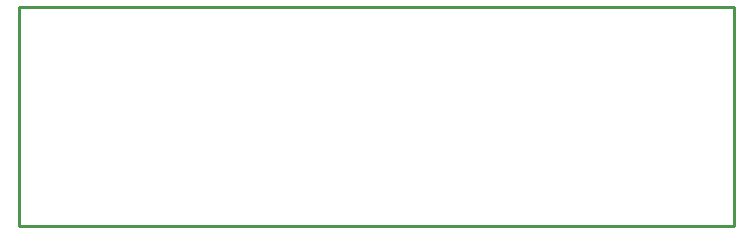
<source format=gko>
%FSTAX23Y23*%
%MOIN*%
%SFA1B1*%

%IPPOS*%
%ADD64C,0.010000*%
%LNpcb1-1*%
%LPD*%
G54D64*
X00094Y0005D02*
Y00781D01*
Y0005D02*
X02475D01*
Y00781*
X00094D02*
X02475D01*
M02*
</source>
